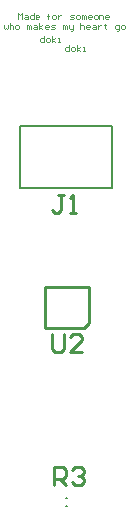
<source format=gto>
G04 Layer_Color=15132400*
%FSLAX24Y24*%
%MOIN*%
G70*
G01*
G75*
%ADD13C,0.0100*%
%ADD30C,0.0079*%
%ADD31C,0.0039*%
D13*
X28780Y28317D02*
Y29528D01*
X28612Y28150D02*
X28780Y28317D01*
X27323Y28150D02*
X28612D01*
X27340Y29528D02*
X28780D01*
X27323Y29510D02*
X27340Y29528D01*
X27323Y28150D02*
Y29510D01*
X27559Y27962D02*
Y27462D01*
X27659Y27362D01*
X27859D01*
X27959Y27462D01*
Y27962D01*
X28559Y27362D02*
X28159D01*
X28559Y27762D01*
Y27862D01*
X28459Y27962D01*
X28259D01*
X28159Y27862D01*
X27626Y22931D02*
Y23531D01*
X27926D01*
X28026Y23431D01*
Y23231D01*
X27926Y23131D01*
X27626D01*
X27826D02*
X28026Y22931D01*
X28226Y23431D02*
X28326Y23531D01*
X28526D01*
X28626Y23431D01*
Y23331D01*
X28526Y23231D01*
X28426D01*
X28526D01*
X28626Y23131D01*
Y23031D01*
X28526Y22931D01*
X28326D01*
X28226Y23031D01*
X27959Y32588D02*
X27759D01*
X27859D01*
Y32088D01*
X27759Y31988D01*
X27659D01*
X27559Y32088D01*
X28159Y31988D02*
X28359D01*
X28259D01*
Y32588D01*
X28159Y32488D01*
D30*
X26500Y32807D02*
X29571D01*
X26500D02*
Y34894D01*
X29571D01*
Y32807D02*
Y34894D01*
X28031Y22205D02*
X28071D01*
X28031Y22480D02*
X28071D01*
D31*
X26417Y38465D02*
Y38661D01*
X26483Y38596D01*
X26549Y38661D01*
Y38465D01*
X26647Y38596D02*
X26713D01*
X26745Y38563D01*
Y38465D01*
X26647D01*
X26614Y38497D01*
X26647Y38530D01*
X26745D01*
X26942Y38661D02*
Y38465D01*
X26844D01*
X26811Y38497D01*
Y38563D01*
X26844Y38596D01*
X26942D01*
X27106Y38465D02*
X27040D01*
X27008Y38497D01*
Y38563D01*
X27040Y38596D01*
X27106D01*
X27139Y38563D01*
Y38530D01*
X27008D01*
X27434Y38465D02*
Y38629D01*
Y38563D01*
X27401D01*
X27467D01*
X27434D01*
Y38629D01*
X27467Y38661D01*
X27598Y38465D02*
X27664D01*
X27696Y38497D01*
Y38563D01*
X27664Y38596D01*
X27598D01*
X27565Y38563D01*
Y38497D01*
X27598Y38465D01*
X27762Y38596D02*
Y38465D01*
Y38530D01*
X27795Y38563D01*
X27828Y38596D01*
X27860D01*
X28156Y38465D02*
X28254D01*
X28287Y38497D01*
X28254Y38530D01*
X28188D01*
X28156Y38563D01*
X28188Y38596D01*
X28287D01*
X28385Y38465D02*
X28451D01*
X28484Y38497D01*
Y38563D01*
X28451Y38596D01*
X28385D01*
X28352Y38563D01*
Y38497D01*
X28385Y38465D01*
X28549D02*
Y38596D01*
X28582D01*
X28615Y38563D01*
Y38465D01*
Y38563D01*
X28648Y38596D01*
X28680Y38563D01*
Y38465D01*
X28844D02*
X28779D01*
X28746Y38497D01*
Y38563D01*
X28779Y38596D01*
X28844D01*
X28877Y38563D01*
Y38530D01*
X28746D01*
X28976Y38465D02*
X29041D01*
X29074Y38497D01*
Y38563D01*
X29041Y38596D01*
X28976D01*
X28943Y38563D01*
Y38497D01*
X28976Y38465D01*
X29140D02*
Y38596D01*
X29238D01*
X29271Y38563D01*
Y38465D01*
X29435D02*
X29369D01*
X29336Y38497D01*
Y38563D01*
X29369Y38596D01*
X29435D01*
X29468Y38563D01*
Y38530D01*
X29336D01*
X25945Y38241D02*
Y38143D01*
X25978Y38110D01*
X26010Y38143D01*
X26043Y38110D01*
X26076Y38143D01*
Y38241D01*
X26142Y38307D02*
Y38110D01*
Y38209D01*
X26174Y38241D01*
X26240D01*
X26273Y38209D01*
Y38110D01*
X26371D02*
X26437D01*
X26470Y38143D01*
Y38209D01*
X26437Y38241D01*
X26371D01*
X26338Y38209D01*
Y38143D01*
X26371Y38110D01*
X26732D02*
Y38241D01*
X26765D01*
X26798Y38209D01*
Y38110D01*
Y38209D01*
X26830Y38241D01*
X26863Y38209D01*
Y38110D01*
X26962Y38241D02*
X27027D01*
X27060Y38209D01*
Y38110D01*
X26962D01*
X26929Y38143D01*
X26962Y38176D01*
X27060D01*
X27126Y38110D02*
Y38307D01*
Y38176D02*
X27224Y38241D01*
X27126Y38176D02*
X27224Y38110D01*
X27421D02*
X27355D01*
X27322Y38143D01*
Y38209D01*
X27355Y38241D01*
X27421D01*
X27454Y38209D01*
Y38176D01*
X27322D01*
X27519Y38110D02*
X27618D01*
X27650Y38143D01*
X27618Y38176D01*
X27552D01*
X27519Y38209D01*
X27552Y38241D01*
X27650D01*
X27913Y38110D02*
Y38241D01*
X27946D01*
X27978Y38209D01*
Y38110D01*
Y38209D01*
X28011Y38241D01*
X28044Y38209D01*
Y38110D01*
X28110Y38241D02*
Y38143D01*
X28142Y38110D01*
X28241D01*
Y38077D01*
X28208Y38045D01*
X28175D01*
X28241Y38110D02*
Y38241D01*
X28503Y38307D02*
Y38110D01*
Y38209D01*
X28536Y38241D01*
X28601D01*
X28634Y38209D01*
Y38110D01*
X28798D02*
X28733D01*
X28700Y38143D01*
Y38209D01*
X28733Y38241D01*
X28798D01*
X28831Y38209D01*
Y38176D01*
X28700D01*
X28929Y38241D02*
X28995D01*
X29028Y38209D01*
Y38110D01*
X28929D01*
X28897Y38143D01*
X28929Y38176D01*
X29028D01*
X29093Y38241D02*
Y38110D01*
Y38176D01*
X29126Y38209D01*
X29159Y38241D01*
X29192D01*
X29323Y38274D02*
Y38241D01*
X29290D01*
X29356D01*
X29323D01*
Y38143D01*
X29356Y38110D01*
X29717Y38045D02*
X29749D01*
X29782Y38077D01*
Y38241D01*
X29684D01*
X29651Y38209D01*
Y38143D01*
X29684Y38110D01*
X29782D01*
X29881D02*
X29946D01*
X29979Y38143D01*
Y38209D01*
X29946Y38241D01*
X29881D01*
X29848Y38209D01*
Y38143D01*
X29881Y38110D01*
X27297Y37874D02*
Y37677D01*
X27198D01*
X27165Y37710D01*
Y37776D01*
X27198Y37808D01*
X27297D01*
X27395Y37677D02*
X27461D01*
X27493Y37710D01*
Y37776D01*
X27461Y37808D01*
X27395D01*
X27362Y37776D01*
Y37710D01*
X27395Y37677D01*
X27559D02*
Y37874D01*
Y37743D02*
X27657Y37808D01*
X27559Y37743D02*
X27657Y37677D01*
X27756D02*
X27821D01*
X27789D01*
Y37808D01*
X27756D01*
X28123Y37598D02*
Y37402D01*
X28025D01*
X27992Y37434D01*
Y37500D01*
X28025Y37533D01*
X28123D01*
X28222Y37402D02*
X28287D01*
X28320Y37434D01*
Y37500D01*
X28287Y37533D01*
X28222D01*
X28189Y37500D01*
Y37434D01*
X28222Y37402D01*
X28386D02*
Y37598D01*
Y37467D02*
X28484Y37533D01*
X28386Y37467D02*
X28484Y37402D01*
X28582D02*
X28648D01*
X28615D01*
Y37533D01*
X28582D01*
M02*

</source>
